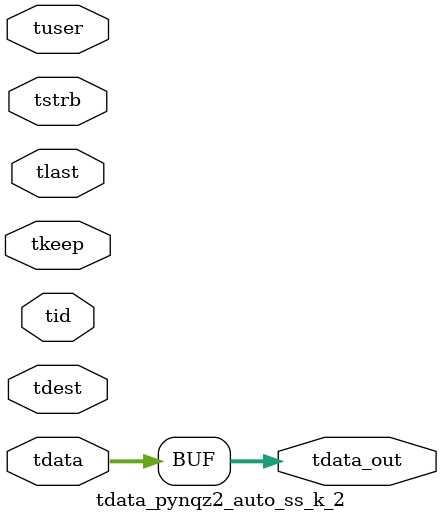
<source format=v>


`timescale 1ps/1ps

module tdata_pynqz2_auto_ss_k_2 #
(
parameter C_S_AXIS_TDATA_WIDTH = 32,
parameter C_S_AXIS_TUSER_WIDTH = 0,
parameter C_S_AXIS_TID_WIDTH   = 0,
parameter C_S_AXIS_TDEST_WIDTH = 0,
parameter C_M_AXIS_TDATA_WIDTH = 32
)
(
input  [(C_S_AXIS_TDATA_WIDTH == 0 ? 1 : C_S_AXIS_TDATA_WIDTH)-1:0     ] tdata,
input  [(C_S_AXIS_TUSER_WIDTH == 0 ? 1 : C_S_AXIS_TUSER_WIDTH)-1:0     ] tuser,
input  [(C_S_AXIS_TID_WIDTH   == 0 ? 1 : C_S_AXIS_TID_WIDTH)-1:0       ] tid,
input  [(C_S_AXIS_TDEST_WIDTH == 0 ? 1 : C_S_AXIS_TDEST_WIDTH)-1:0     ] tdest,
input  [(C_S_AXIS_TDATA_WIDTH/8)-1:0 ] tkeep,
input  [(C_S_AXIS_TDATA_WIDTH/8)-1:0 ] tstrb,
input                                                                    tlast,
output [C_M_AXIS_TDATA_WIDTH-1:0] tdata_out
);

assign tdata_out = {tdata[63:0]};

endmodule


</source>
